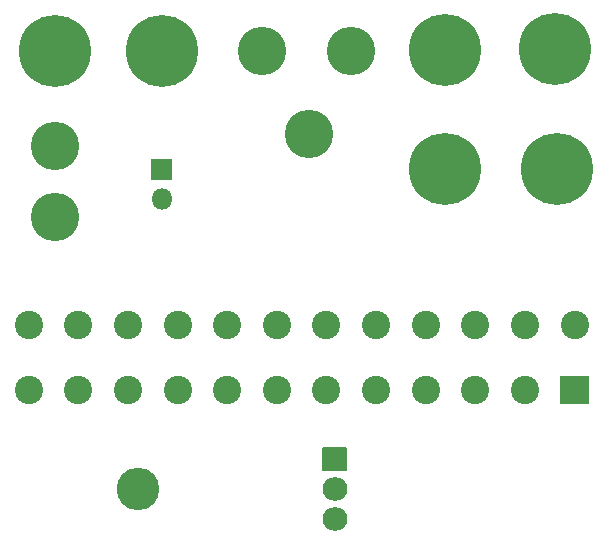
<source format=gbr>
%TF.GenerationSoftware,KiCad,Pcbnew,(5.1.12)-1*%
%TF.CreationDate,2023-10-03T16:06:22+02:00*%
%TF.ProjectId,PICO-AT,5049434f-2d41-4542-9e6b-696361645f70,rev?*%
%TF.SameCoordinates,Original*%
%TF.FileFunction,Soldermask,Top*%
%TF.FilePolarity,Negative*%
%FSLAX46Y46*%
G04 Gerber Fmt 4.6, Leading zero omitted, Abs format (unit mm)*
G04 Created by KiCad (PCBNEW (5.1.12)-1) date 2023-10-03 16:06:22*
%MOMM*%
%LPD*%
G01*
G04 APERTURE LIST*
%ADD10O,3.600000X3.600000*%
%ADD11O,2.100000X2.005000*%
%ADD12C,2.400000*%
%ADD13O,1.800000X1.800000*%
%ADD14C,4.100000*%
%ADD15C,6.100000*%
G04 APERTURE END LIST*
D10*
%TO.C,U1*%
X134978000Y-116078000D03*
G36*
G01*
X150638000Y-112535500D02*
X152638000Y-112535500D01*
G75*
G02*
X152688000Y-112585500I0J-50000D01*
G01*
X152688000Y-114490500D01*
G75*
G02*
X152638000Y-114540500I-50000J0D01*
G01*
X150638000Y-114540500D01*
G75*
G02*
X150588000Y-114490500I0J50000D01*
G01*
X150588000Y-112585500D01*
G75*
G02*
X150638000Y-112535500I50000J0D01*
G01*
G37*
D11*
X151638000Y-116078000D03*
X151638000Y-118618000D03*
%TD*%
%TO.C,J1*%
G36*
G01*
X173108000Y-108896000D02*
X170808000Y-108896000D01*
G75*
G02*
X170758000Y-108846000I0J50000D01*
G01*
X170758000Y-106546000D01*
G75*
G02*
X170808000Y-106496000I50000J0D01*
G01*
X173108000Y-106496000D01*
G75*
G02*
X173158000Y-106546000I0J-50000D01*
G01*
X173158000Y-108846000D01*
G75*
G02*
X173108000Y-108896000I-50000J0D01*
G01*
G37*
D12*
X167758000Y-107696000D03*
X163558000Y-107696000D03*
X159358000Y-107696000D03*
X155158000Y-107696000D03*
X150958000Y-107696000D03*
X146758000Y-107696000D03*
X142558000Y-107696000D03*
X138358000Y-107696000D03*
X134158000Y-107696000D03*
X129958000Y-107696000D03*
X125758000Y-107696000D03*
X171958000Y-102196000D03*
X167758000Y-102196000D03*
X163558000Y-102196000D03*
X159358000Y-102196000D03*
X155158000Y-102196000D03*
X150958000Y-102196000D03*
X146758000Y-102196000D03*
X142558000Y-102196000D03*
X138358000Y-102196000D03*
X134158000Y-102196000D03*
X129958000Y-102196000D03*
X125758000Y-102196000D03*
%TD*%
D13*
%TO.C,+12V*%
X137000000Y-91540000D03*
G36*
G01*
X137900000Y-88150000D02*
X137900000Y-89850000D01*
G75*
G02*
X137850000Y-89900000I-50000J0D01*
G01*
X136150000Y-89900000D01*
G75*
G02*
X136100000Y-89850000I0J50000D01*
G01*
X136100000Y-88150000D01*
G75*
G02*
X136150000Y-88100000I50000J0D01*
G01*
X137850000Y-88100000D01*
G75*
G02*
X137900000Y-88150000I0J-50000D01*
G01*
G37*
%TD*%
D14*
%TO.C,GND*%
X128000000Y-93000000D03*
X128000000Y-87000000D03*
%TD*%
D15*
%TO.C,+3.3V*%
X161000000Y-89000000D03*
%TD*%
%TO.C,+5V Red*%
X137000000Y-79000000D03*
%TD*%
%TO.C,+12V Blue*%
X128000000Y-79000000D03*
%TD*%
%TO.C,GND*%
X170300000Y-78800000D03*
%TD*%
%TO.C,GND*%
X161000000Y-78900000D03*
%TD*%
%TO.C,GND*%
X170500000Y-89000000D03*
%TD*%
D14*
%TO.C,-12V*%
X153000000Y-79000000D03*
%TD*%
%TO.C,-5V*%
X145500000Y-79000000D03*
%TD*%
%TO.C,PG*%
X149500000Y-86000000D03*
%TD*%
M02*

</source>
